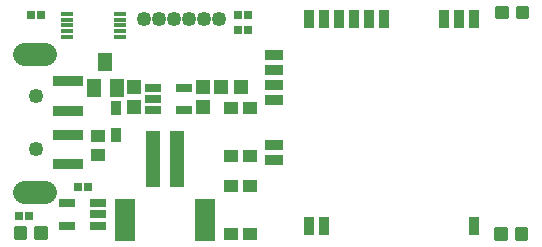
<source format=gbr>
G04 EAGLE Gerber RS-274X export*
G75*
%MOMM*%
%FSLAX34Y34*%
%LPD*%
%INSoldermask Top*%
%IPPOS*%
%AMOC8*
5,1,8,0,0,1.08239X$1,22.5*%
G01*
%ADD10R,0.863600X1.574800*%
%ADD11R,1.574800X0.863600*%
%ADD12C,0.449434*%
%ADD13R,2.652400X0.952400*%
%ADD14C,1.930400*%
%ADD15C,1.252400*%
%ADD16C,0.952400*%
%ADD17R,1.100000X0.400000*%
%ADD18R,1.252400X1.152400*%
%ADD19R,1.352400X0.702400*%
%ADD20R,1.152400X4.752400*%
%ADD21R,1.752400X3.552400*%
%ADD22R,1.152400X1.252400*%
%ADD23R,0.952400X1.152400*%
%ADD24R,1.152400X1.552400*%
%ADD25R,0.692400X0.752400*%
%ADD26R,1.152400X1.052400*%
%ADD27R,1.172400X1.092400*%


D10*
X256261Y14125D03*
X268961Y14125D03*
X395961Y14125D03*
X256390Y189341D03*
X269090Y189341D03*
X294490Y189341D03*
X307190Y189341D03*
X319890Y189341D03*
X396090Y189341D03*
D11*
X226299Y69775D03*
X226299Y82475D03*
X226299Y120575D03*
X226299Y133275D03*
X226299Y145975D03*
X226299Y158675D03*
D10*
X281790Y189341D03*
X383390Y189341D03*
X370690Y189341D03*
D12*
X422735Y191748D02*
X422735Y198778D01*
X422735Y191748D02*
X415705Y191748D01*
X415705Y198778D01*
X422735Y198778D01*
X422735Y196017D02*
X415705Y196017D01*
X440275Y198778D02*
X440275Y191748D01*
X433245Y191748D01*
X433245Y198778D01*
X440275Y198778D01*
X440275Y196017D02*
X433245Y196017D01*
X421941Y11453D02*
X421941Y4423D01*
X414911Y4423D01*
X414911Y11453D01*
X421941Y11453D01*
X421941Y8692D02*
X414911Y8692D01*
X439481Y11453D02*
X439481Y4423D01*
X432451Y4423D01*
X432451Y11453D01*
X439481Y11453D01*
X439481Y8692D02*
X432451Y8692D01*
D13*
X52350Y111870D03*
X52350Y91330D03*
X52350Y137108D03*
X52350Y66600D03*
D14*
X33040Y160100D02*
X15260Y160100D01*
X15260Y43100D02*
X33040Y43100D01*
D15*
X24850Y124100D03*
X24850Y79100D03*
D16*
X28150Y43100D03*
X32150Y43100D03*
X20150Y43100D03*
X16150Y43100D03*
X28150Y160100D03*
X32150Y160100D03*
X20150Y160100D03*
X16150Y160100D03*
D15*
X180340Y189230D03*
X167640Y189230D03*
X154940Y189230D03*
X142240Y189230D03*
X129540Y189230D03*
X116840Y189230D03*
D17*
X51160Y194150D03*
X51160Y189150D03*
X51160Y184150D03*
X51160Y179150D03*
X51160Y174150D03*
X96160Y174150D03*
X96160Y179150D03*
X96160Y184150D03*
X96160Y189150D03*
X96160Y194150D03*
D18*
X199000Y132080D03*
X182000Y132080D03*
D19*
X124159Y131420D03*
X124159Y121920D03*
X124159Y112420D03*
X150161Y112420D03*
X150161Y131420D03*
D20*
X144620Y71290D03*
X124620Y71290D03*
D21*
X168620Y19290D03*
X100620Y19290D03*
D22*
X107950Y131690D03*
X107950Y114690D03*
X166370Y131690D03*
X166370Y114690D03*
D23*
X92710Y91370D03*
X92710Y114370D03*
D24*
X83820Y153240D03*
X93320Y131240D03*
X74320Y131240D03*
D19*
X77771Y14630D03*
X77771Y24130D03*
X77771Y33630D03*
X51769Y33630D03*
X51769Y14630D03*
D25*
X69090Y46990D03*
X60450Y46990D03*
X10920Y22860D03*
X19560Y22860D03*
D12*
X25575Y12405D02*
X25575Y5375D01*
X25575Y12405D02*
X32605Y12405D01*
X32605Y5375D01*
X25575Y5375D01*
X25575Y9644D02*
X32605Y9644D01*
X8035Y12405D02*
X8035Y5375D01*
X8035Y12405D02*
X15065Y12405D01*
X15065Y5375D01*
X8035Y5375D01*
X8035Y9644D02*
X15065Y9644D01*
D25*
X21080Y193040D03*
X29720Y193040D03*
D26*
X206120Y73480D03*
X190120Y73480D03*
X190120Y114480D03*
X206120Y114480D03*
X206120Y7440D03*
X190120Y7440D03*
X190120Y48440D03*
X206120Y48440D03*
D27*
X77470Y74650D03*
X77470Y90450D03*
D25*
X196340Y193040D03*
X204980Y193040D03*
X196340Y180340D03*
X204980Y180340D03*
M02*

</source>
